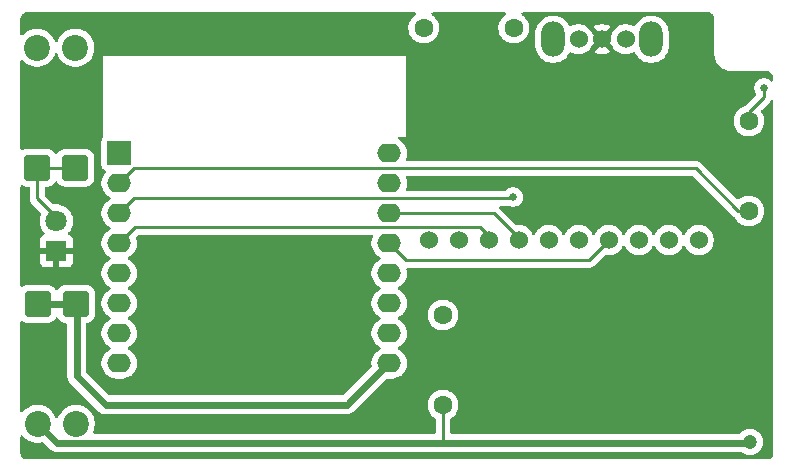
<source format=gbr>
%TF.GenerationSoftware,KiCad,Pcbnew,9.0.2*%
%TF.CreationDate,2025-06-21T17:17:58-04:00*%
%TF.ProjectId,CVISS_IMU_Tracker_Board,43564953-535f-4494-9d55-5f547261636b,rev?*%
%TF.SameCoordinates,Original*%
%TF.FileFunction,Copper,L2,Bot*%
%TF.FilePolarity,Positive*%
%FSLAX46Y46*%
G04 Gerber Fmt 4.6, Leading zero omitted, Abs format (unit mm)*
G04 Created by KiCad (PCBNEW 9.0.2) date 2025-06-21 17:17:58*
%MOMM*%
%LPD*%
G01*
G04 APERTURE LIST*
G04 Aperture macros list*
%AMRoundRect*
0 Rectangle with rounded corners*
0 $1 Rounding radius*
0 $2 $3 $4 $5 $6 $7 $8 $9 X,Y pos of 4 corners*
0 Add a 4 corners polygon primitive as box body*
4,1,4,$2,$3,$4,$5,$6,$7,$8,$9,$2,$3,0*
0 Add four circle primitives for the rounded corners*
1,1,$1+$1,$2,$3*
1,1,$1+$1,$4,$5*
1,1,$1+$1,$6,$7*
1,1,$1+$1,$8,$9*
0 Add four rect primitives between the rounded corners*
20,1,$1+$1,$2,$3,$4,$5,0*
20,1,$1+$1,$4,$5,$6,$7,0*
20,1,$1+$1,$6,$7,$8,$9,0*
20,1,$1+$1,$8,$9,$2,$3,0*%
G04 Aperture macros list end*
%TA.AperFunction,ComponentPad*%
%ADD10C,1.600000*%
%TD*%
%TA.AperFunction,ComponentPad*%
%ADD11RoundRect,0.249999X-0.850001X0.850001X-0.850001X-0.850001X0.850001X-0.850001X0.850001X0.850001X0*%
%TD*%
%TA.AperFunction,ComponentPad*%
%ADD12C,2.200000*%
%TD*%
%TA.AperFunction,ComponentPad*%
%ADD13RoundRect,0.249999X0.850001X-0.850001X0.850001X0.850001X-0.850001X0.850001X-0.850001X-0.850001X0*%
%TD*%
%TA.AperFunction,ComponentPad*%
%ADD14R,2.000000X2.000000*%
%TD*%
%TA.AperFunction,ComponentPad*%
%ADD15O,2.000000X1.600000*%
%TD*%
%TA.AperFunction,ComponentPad*%
%ADD16C,1.530000*%
%TD*%
%TA.AperFunction,ComponentPad*%
%ADD17R,1.800000X1.800000*%
%TD*%
%TA.AperFunction,ComponentPad*%
%ADD18C,1.800000*%
%TD*%
%TA.AperFunction,ComponentPad*%
%ADD19O,2.000000X3.000000*%
%TD*%
%TA.AperFunction,ViaPad*%
%ADD20C,0.650000*%
%TD*%
%TA.AperFunction,ViaPad*%
%ADD21C,1.200000*%
%TD*%
%TA.AperFunction,Conductor*%
%ADD22C,0.250000*%
%TD*%
%TA.AperFunction,Conductor*%
%ADD23C,0.600000*%
%TD*%
G04 APERTURE END LIST*
D10*
%TO.P,R1,1*%
%TO.N,Net-(U1-A0)*%
X185220000Y-101450000D03*
%TO.P,R1,2*%
%TO.N,/B+*%
X185220000Y-93830000D03*
%TD*%
D11*
%TO.P,D3,1,K*%
%TO.N,+5V*%
X128250000Y-109320000D03*
D12*
%TO.P,D3,2,A*%
%TO.N,/OUT+*%
X128250000Y-119480000D03*
%TD*%
D11*
%TO.P,D2,1,K*%
%TO.N,+5V*%
X125000000Y-109320000D03*
D12*
%TO.P,D2,2,A*%
%TO.N,/IN+*%
X125000000Y-119480000D03*
%TD*%
D13*
%TO.P,D1,1,K*%
%TO.N,/GP_LED*%
X124950000Y-97790000D03*
D12*
%TO.P,D1,2,A*%
%TO.N,Net-(D1-A)*%
X124950000Y-87630000D03*
%TD*%
D13*
%TO.P,D4,1,K*%
%TO.N,/GP_LED*%
X128200000Y-97790000D03*
D12*
%TO.P,D4,2,A*%
%TO.N,/PWR_LED*%
X128200000Y-87630000D03*
%TD*%
D14*
%TO.P,U1,1,~{RST}*%
%TO.N,unconnected-(U1-~{RST}-Pad1)*%
X131905000Y-96570000D03*
D15*
%TO.P,U1,2,A0*%
%TO.N,Net-(U1-A0)*%
X131905000Y-99110000D03*
%TO.P,U1,3,D0*%
%TO.N,Net-(U1-D0)*%
X131905000Y-101650000D03*
%TO.P,U1,4,SCK/D5*%
%TO.N,/SCL*%
X131905000Y-104190000D03*
%TO.P,U1,5,MISO/D6*%
%TO.N,unconnected-(U1-MISO{slash}D6-Pad5)*%
X131905000Y-106730000D03*
%TO.P,U1,6,MOSI/D7*%
%TO.N,unconnected-(U1-MOSI{slash}D7-Pad6)*%
X131905000Y-109270000D03*
%TO.P,U1,7,CS/D8*%
%TO.N,unconnected-(U1-CS{slash}D8-Pad7)*%
X131905000Y-111810000D03*
%TO.P,U1,8,3V3*%
%TO.N,+3.3V*%
X131905000Y-114350000D03*
%TO.P,U1,9,5V*%
%TO.N,+5V*%
X154765000Y-114350000D03*
%TO.P,U1,10,GND*%
%TO.N,/SW_GND*%
X154765000Y-111810000D03*
%TO.P,U1,11,D4*%
%TO.N,unconnected-(U1-D4-Pad11)*%
X154765000Y-109270000D03*
%TO.P,U1,12,D3*%
%TO.N,unconnected-(U1-D3-Pad12)*%
X154765000Y-106730000D03*
%TO.P,U1,13,SDA/D2*%
%TO.N,/INT*%
X154765000Y-104190000D03*
%TO.P,U1,14,SCL/D1*%
%TO.N,/SDA*%
X154765000Y-101650000D03*
%TO.P,U1,15,RX*%
%TO.N,unconnected-(U1-RX-Pad15)*%
X154765000Y-99110000D03*
%TO.P,U1,16,TX*%
%TO.N,unconnected-(U1-TX-Pad16)*%
X154765000Y-96570000D03*
%TD*%
D16*
%TO.P,U2,1,VCC*%
%TO.N,+3.3V*%
X158120000Y-103920000D03*
%TO.P,U2,2,GND*%
%TO.N,/SW_GND*%
X160660000Y-103920000D03*
%TO.P,U2,3,SCL*%
%TO.N,/SCL*%
X163200000Y-103920000D03*
%TO.P,U2,4,SDA*%
%TO.N,/SDA*%
X165740000Y-103920000D03*
%TO.P,U2,5,ADO*%
%TO.N,/SW_GND*%
X168280000Y-103920000D03*
%TO.P,U2,6,CS*%
%TO.N,unconnected-(U2-CS-Pad6)*%
X170820000Y-103920000D03*
%TO.P,U2,7,INT*%
%TO.N,/INT*%
X173360000Y-103920000D03*
%TO.P,U2,8,RST*%
%TO.N,unconnected-(U2-RST-Pad8)*%
X175900000Y-103920000D03*
%TO.P,U2,9,PS1*%
%TO.N,unconnected-(U2-PS1-Pad9)*%
X178440000Y-103920000D03*
%TO.P,U2,10,PS0*%
%TO.N,unconnected-(U2-PS0-Pad10)*%
X180980000Y-103920000D03*
%TD*%
D17*
%TO.P,D5,1,K*%
%TO.N,GND*%
X126590000Y-104835000D03*
D18*
%TO.P,D5,2,A*%
%TO.N,/GP_LED*%
X126590000Y-102295000D03*
%TD*%
D10*
%TO.P,R3,1*%
%TO.N,/IN+*%
X159330000Y-117890000D03*
%TO.P,R3,2*%
%TO.N,/PWR_LED*%
X159330000Y-110270000D03*
%TD*%
D16*
%TO.P,SW1,1,A*%
%TO.N,GND*%
X172800000Y-86920000D03*
%TO.P,SW1,2,B*%
%TO.N,/SW_GND*%
X170800000Y-86920000D03*
D19*
%TO.P,SW1,3*%
%TO.N,N/C*%
X168650000Y-86920000D03*
D16*
%TO.P,SW1,4*%
X174800000Y-86920000D03*
D19*
%TO.P,SW1,5*%
X176950000Y-86920000D03*
%TD*%
D10*
%TO.P,R2,1*%
%TO.N,Net-(U1-D0)*%
X165310000Y-85950000D03*
%TO.P,R2,2*%
%TO.N,Net-(D1-A)*%
X157690000Y-85950000D03*
%TD*%
D20*
%TO.N,/B+*%
X186490000Y-91040000D03*
D21*
%TO.N,GND*%
X183990000Y-91040000D03*
%TO.N,/IN+*%
X185300000Y-121010000D03*
%TO.N,GND*%
X162600000Y-110510000D03*
X162600000Y-107310000D03*
X185300000Y-107310000D03*
D20*
%TO.N,Net-(U1-D0)*%
X165260000Y-100270000D03*
%TD*%
D22*
%TO.N,Net-(U1-A0)*%
X184340000Y-101450000D02*
X185220000Y-101450000D01*
X180720000Y-97830000D02*
X184340000Y-101450000D01*
X133185000Y-97830000D02*
X180720000Y-97830000D01*
X131905000Y-99110000D02*
X133185000Y-97830000D01*
%TO.N,/B+*%
X185220000Y-93110000D02*
X185220000Y-93830000D01*
X186490000Y-91840000D02*
X185220000Y-93110000D01*
X186490000Y-91040000D02*
X186490000Y-91840000D01*
D23*
%TO.N,+5V*%
X128300000Y-109320000D02*
X125050000Y-109320000D01*
D22*
%TO.N,/GP_LED*%
X128250000Y-97790000D02*
X125000000Y-97790000D01*
D23*
%TO.N,/IN+*%
X159250000Y-121100000D02*
X126670000Y-121100000D01*
X126670000Y-121100000D02*
X125050000Y-119480000D01*
X185210000Y-121100000D02*
X159250000Y-121100000D01*
X185300000Y-121010000D02*
X185210000Y-121100000D01*
D22*
%TO.N,/INT*%
X156205000Y-105630000D02*
X154765000Y-104190000D01*
X172980000Y-104330000D02*
X171680000Y-105630000D01*
X171680000Y-105630000D02*
X156205000Y-105630000D01*
%TO.N,/SCL*%
X162490000Y-102830000D02*
X133265000Y-102830000D01*
X133265000Y-102830000D02*
X131905000Y-104190000D01*
X163405000Y-103745000D02*
X162490000Y-102830000D01*
%TO.N,/SDA*%
X165845000Y-103845000D02*
X163650000Y-101650000D01*
X163650000Y-101650000D02*
X154765000Y-101650000D01*
D23*
%TO.N,+5V*%
X151170000Y-117880000D02*
X130760000Y-117880000D01*
X128300000Y-115420000D02*
X128300000Y-109280000D01*
X154700000Y-114350000D02*
X151170000Y-117880000D01*
D22*
X154765000Y-114350000D02*
X154700000Y-114350000D01*
D23*
X130760000Y-117880000D02*
X128300000Y-115420000D01*
D22*
%TO.N,/GP_LED*%
X124960000Y-100400000D02*
X126600000Y-102040000D01*
X124960000Y-97670000D02*
X124960000Y-100400000D01*
%TO.N,Net-(U1-D0)*%
X133175000Y-100380000D02*
X131905000Y-101650000D01*
X165150000Y-100380000D02*
X133175000Y-100380000D01*
X165260000Y-100270000D02*
X165150000Y-100380000D01*
%TO.N,/IN+*%
X159330000Y-121020000D02*
X159250000Y-121100000D01*
X159220000Y-118120000D02*
X159330000Y-118230000D01*
X159330000Y-118230000D02*
X159330000Y-121020000D01*
%TD*%
%TA.AperFunction,Conductor*%
%TO.N,GND*%
G36*
X156979000Y-84650185D02*
G01*
X157024755Y-84702989D01*
X157034699Y-84772147D01*
X157005674Y-84835703D01*
X156984848Y-84854816D01*
X156932627Y-84892757D01*
X156842780Y-84958034D01*
X156698028Y-85102786D01*
X156577715Y-85268386D01*
X156484781Y-85450776D01*
X156421522Y-85645465D01*
X156389500Y-85847648D01*
X156389500Y-86052351D01*
X156421522Y-86254534D01*
X156484781Y-86449223D01*
X156543452Y-86564370D01*
X156557974Y-86592871D01*
X156577715Y-86631613D01*
X156698028Y-86797213D01*
X156842786Y-86941971D01*
X156997749Y-87054556D01*
X157008390Y-87062287D01*
X157124607Y-87121503D01*
X157190776Y-87155218D01*
X157190778Y-87155218D01*
X157190781Y-87155220D01*
X157248054Y-87173829D01*
X157385465Y-87218477D01*
X157439321Y-87227007D01*
X157587648Y-87250500D01*
X157587649Y-87250500D01*
X157792351Y-87250500D01*
X157792352Y-87250500D01*
X157994534Y-87218477D01*
X158189219Y-87155220D01*
X158371610Y-87062287D01*
X158464590Y-86994732D01*
X158537213Y-86941971D01*
X158537215Y-86941968D01*
X158537219Y-86941966D01*
X158681966Y-86797219D01*
X158681968Y-86797215D01*
X158681971Y-86797213D01*
X158734732Y-86724590D01*
X158802287Y-86631610D01*
X158895220Y-86449219D01*
X158958477Y-86254534D01*
X158990500Y-86052352D01*
X158990500Y-85847648D01*
X158984249Y-85808183D01*
X158958477Y-85645465D01*
X158895218Y-85450776D01*
X158861503Y-85384607D01*
X158802287Y-85268390D01*
X158794556Y-85257749D01*
X158681971Y-85102786D01*
X158537219Y-84958034D01*
X158484181Y-84919500D01*
X158395153Y-84854818D01*
X158352488Y-84799489D01*
X158346509Y-84729875D01*
X158379114Y-84668080D01*
X158439953Y-84633723D01*
X158468039Y-84630500D01*
X164531961Y-84630500D01*
X164599000Y-84650185D01*
X164644755Y-84702989D01*
X164654699Y-84772147D01*
X164625674Y-84835703D01*
X164604848Y-84854816D01*
X164552627Y-84892757D01*
X164462780Y-84958034D01*
X164318028Y-85102786D01*
X164197715Y-85268386D01*
X164104781Y-85450776D01*
X164041522Y-85645465D01*
X164009500Y-85847648D01*
X164009500Y-86052351D01*
X164041522Y-86254534D01*
X164104781Y-86449223D01*
X164163452Y-86564370D01*
X164177974Y-86592871D01*
X164197715Y-86631613D01*
X164318028Y-86797213D01*
X164462786Y-86941971D01*
X164617749Y-87054556D01*
X164628390Y-87062287D01*
X164744607Y-87121503D01*
X164810776Y-87155218D01*
X164810778Y-87155218D01*
X164810781Y-87155220D01*
X164868054Y-87173829D01*
X165005465Y-87218477D01*
X165059321Y-87227007D01*
X165207648Y-87250500D01*
X165207649Y-87250500D01*
X165412351Y-87250500D01*
X165412352Y-87250500D01*
X165614534Y-87218477D01*
X165809219Y-87155220D01*
X165991610Y-87062287D01*
X166084590Y-86994732D01*
X166157213Y-86941971D01*
X166157215Y-86941968D01*
X166157219Y-86941966D01*
X166301966Y-86797219D01*
X166301968Y-86797215D01*
X166301971Y-86797213D01*
X166354732Y-86724590D01*
X166422287Y-86631610D01*
X166515220Y-86449219D01*
X166563087Y-86301902D01*
X167149500Y-86301902D01*
X167149500Y-87538097D01*
X167186446Y-87771368D01*
X167259433Y-87995996D01*
X167340113Y-88154338D01*
X167366657Y-88206433D01*
X167505483Y-88397510D01*
X167672490Y-88564517D01*
X167863567Y-88703343D01*
X167888942Y-88716272D01*
X168074003Y-88810566D01*
X168074005Y-88810566D01*
X168074008Y-88810568D01*
X168194412Y-88849689D01*
X168298631Y-88883553D01*
X168531903Y-88920500D01*
X168531908Y-88920500D01*
X168768097Y-88920500D01*
X169001368Y-88883553D01*
X169225992Y-88810568D01*
X169436433Y-88703343D01*
X169627510Y-88564517D01*
X169794517Y-88397510D01*
X169933343Y-88206433D01*
X170001521Y-88072625D01*
X170049494Y-88021831D01*
X170117315Y-88005035D01*
X170168297Y-88018435D01*
X170274653Y-88072626D01*
X170314219Y-88092786D01*
X170503657Y-88154338D01*
X170503658Y-88154338D01*
X170503661Y-88154339D01*
X170700403Y-88185500D01*
X170700404Y-88185500D01*
X170899596Y-88185500D01*
X170899597Y-88185500D01*
X171096339Y-88154339D01*
X171096342Y-88154338D01*
X171096343Y-88154338D01*
X171285780Y-88092786D01*
X171285780Y-88092785D01*
X171285783Y-88092785D01*
X171463266Y-88002353D01*
X171624418Y-87885269D01*
X171765269Y-87744418D01*
X171882353Y-87583266D01*
X171972785Y-87405783D01*
X171972785Y-87405780D01*
X171974997Y-87401441D01*
X171975912Y-87401907D01*
X171998798Y-87367645D01*
X172317036Y-87049406D01*
X172334075Y-87112993D01*
X172399901Y-87227007D01*
X172492993Y-87320099D01*
X172607007Y-87385925D01*
X172670590Y-87402962D01*
X172099134Y-87974417D01*
X172136994Y-88001924D01*
X172314405Y-88092320D01*
X172503777Y-88153852D01*
X172700437Y-88185000D01*
X172899563Y-88185000D01*
X173096222Y-88153852D01*
X173285594Y-88092320D01*
X173463005Y-88001924D01*
X173500863Y-87974418D01*
X173500863Y-87974417D01*
X172929409Y-87402962D01*
X172992993Y-87385925D01*
X173107007Y-87320099D01*
X173200099Y-87227007D01*
X173265925Y-87112993D01*
X173282962Y-87049408D01*
X173601202Y-87367648D01*
X173624096Y-87401905D01*
X173625004Y-87401443D01*
X173717645Y-87583264D01*
X173752822Y-87631681D01*
X173834731Y-87744418D01*
X173975582Y-87885269D01*
X174136734Y-88002353D01*
X174199057Y-88034108D01*
X174314219Y-88092786D01*
X174503657Y-88154338D01*
X174503658Y-88154338D01*
X174503661Y-88154339D01*
X174700403Y-88185500D01*
X174700404Y-88185500D01*
X174899596Y-88185500D01*
X174899597Y-88185500D01*
X175096339Y-88154339D01*
X175096342Y-88154338D01*
X175096343Y-88154338D01*
X175263577Y-88100000D01*
X175285783Y-88092785D01*
X175431700Y-88018436D01*
X175500368Y-88005540D01*
X175565108Y-88031816D01*
X175598478Y-88072625D01*
X175666657Y-88206433D01*
X175805483Y-88397510D01*
X175972490Y-88564517D01*
X176163567Y-88703343D01*
X176188942Y-88716272D01*
X176374003Y-88810566D01*
X176374005Y-88810566D01*
X176374008Y-88810568D01*
X176494412Y-88849689D01*
X176598631Y-88883553D01*
X176831903Y-88920500D01*
X176831908Y-88920500D01*
X177068097Y-88920500D01*
X177301368Y-88883553D01*
X177525992Y-88810568D01*
X177736433Y-88703343D01*
X177927510Y-88564517D01*
X178094517Y-88397510D01*
X178233343Y-88206433D01*
X178337327Y-88002352D01*
X178340566Y-87995996D01*
X178340566Y-87995995D01*
X178340568Y-87995992D01*
X178413553Y-87771368D01*
X178417821Y-87744419D01*
X178450500Y-87538097D01*
X178450500Y-86301902D01*
X178413553Y-86068631D01*
X178357262Y-85895386D01*
X178340568Y-85844008D01*
X178340566Y-85844005D01*
X178340566Y-85844003D01*
X178259886Y-85685661D01*
X178233343Y-85633567D01*
X178094517Y-85442490D01*
X177927510Y-85275483D01*
X177736433Y-85136657D01*
X177525996Y-85029433D01*
X177301368Y-84956446D01*
X177068097Y-84919500D01*
X177068092Y-84919500D01*
X176831908Y-84919500D01*
X176831903Y-84919500D01*
X176598631Y-84956446D01*
X176374003Y-85029433D01*
X176163566Y-85136657D01*
X176131438Y-85160000D01*
X175972490Y-85275483D01*
X175972488Y-85275485D01*
X175972487Y-85275485D01*
X175805485Y-85442487D01*
X175805485Y-85442488D01*
X175805483Y-85442490D01*
X175745862Y-85524550D01*
X175666657Y-85633566D01*
X175598479Y-85767373D01*
X175550504Y-85818169D01*
X175482683Y-85834964D01*
X175431699Y-85821563D01*
X175405439Y-85808183D01*
X175392837Y-85801761D01*
X175285780Y-85747213D01*
X175096342Y-85685661D01*
X174948782Y-85662290D01*
X174899597Y-85654500D01*
X174700403Y-85654500D01*
X174634822Y-85664887D01*
X174503659Y-85685661D01*
X174503656Y-85685661D01*
X174314219Y-85747213D01*
X174136733Y-85837647D01*
X174098286Y-85865581D01*
X173975582Y-85954731D01*
X173975580Y-85954733D01*
X173975579Y-85954733D01*
X173834733Y-86095579D01*
X173834733Y-86095580D01*
X173834731Y-86095582D01*
X173797549Y-86146759D01*
X173717647Y-86256733D01*
X173625004Y-86438557D01*
X173624098Y-86438095D01*
X173601202Y-86472350D01*
X173282962Y-86790590D01*
X173265925Y-86727007D01*
X173200099Y-86612993D01*
X173107007Y-86519901D01*
X172992993Y-86454075D01*
X172929409Y-86437037D01*
X173500864Y-85865581D01*
X173500863Y-85865580D01*
X173463008Y-85838077D01*
X173285594Y-85747679D01*
X173096222Y-85686147D01*
X172899563Y-85655000D01*
X172700437Y-85655000D01*
X172503777Y-85686147D01*
X172314405Y-85747679D01*
X172136990Y-85838077D01*
X172099135Y-85865580D01*
X172099135Y-85865581D01*
X172670591Y-86437037D01*
X172607007Y-86454075D01*
X172492993Y-86519901D01*
X172399901Y-86612993D01*
X172334075Y-86727007D01*
X172317037Y-86790591D01*
X171998797Y-86472351D01*
X171975911Y-86438092D01*
X171974997Y-86438559D01*
X171965541Y-86420000D01*
X171882353Y-86256734D01*
X171765269Y-86095582D01*
X171624418Y-85954731D01*
X171463266Y-85837647D01*
X171457009Y-85834459D01*
X171285780Y-85747213D01*
X171096342Y-85685661D01*
X170948782Y-85662290D01*
X170899597Y-85654500D01*
X170700403Y-85654500D01*
X170634822Y-85664887D01*
X170503659Y-85685661D01*
X170503656Y-85685661D01*
X170314219Y-85747213D01*
X170168300Y-85821563D01*
X170099630Y-85834459D01*
X170034890Y-85808183D01*
X170001521Y-85767374D01*
X169933343Y-85633567D01*
X169794517Y-85442490D01*
X169627510Y-85275483D01*
X169436433Y-85136657D01*
X169225996Y-85029433D01*
X169001368Y-84956446D01*
X168768097Y-84919500D01*
X168768092Y-84919500D01*
X168531908Y-84919500D01*
X168531903Y-84919500D01*
X168298631Y-84956446D01*
X168074003Y-85029433D01*
X167863566Y-85136657D01*
X167831438Y-85160000D01*
X167672490Y-85275483D01*
X167672488Y-85275485D01*
X167672487Y-85275485D01*
X167505485Y-85442487D01*
X167505485Y-85442488D01*
X167505483Y-85442490D01*
X167445862Y-85524550D01*
X167366657Y-85633566D01*
X167259433Y-85844003D01*
X167186446Y-86068631D01*
X167149500Y-86301902D01*
X166563087Y-86301902D01*
X166577763Y-86256734D01*
X166578475Y-86254541D01*
X166578475Y-86254539D01*
X166578477Y-86254534D01*
X166610500Y-86052352D01*
X166610500Y-85847648D01*
X166604249Y-85808183D01*
X166578477Y-85645465D01*
X166515218Y-85450776D01*
X166481503Y-85384607D01*
X166422287Y-85268390D01*
X166414556Y-85257749D01*
X166301971Y-85102786D01*
X166157219Y-84958034D01*
X166104181Y-84919500D01*
X166015153Y-84854818D01*
X165972488Y-84799489D01*
X165966509Y-84729875D01*
X165999114Y-84668080D01*
X166059953Y-84633723D01*
X166088039Y-84630500D01*
X181694108Y-84630500D01*
X181753039Y-84630500D01*
X181766922Y-84631279D01*
X181863940Y-84642211D01*
X181891009Y-84648390D01*
X181976555Y-84678324D01*
X182001571Y-84690371D01*
X182078309Y-84738588D01*
X182100019Y-84755901D01*
X182164098Y-84819980D01*
X182181411Y-84841690D01*
X182229628Y-84918428D01*
X182241675Y-84943444D01*
X182271609Y-85028990D01*
X182277788Y-85056060D01*
X182288720Y-85153076D01*
X182289500Y-85166961D01*
X182289500Y-88209462D01*
X182320655Y-88426157D01*
X182320658Y-88426167D01*
X182346443Y-88513980D01*
X182382336Y-88636221D01*
X182418894Y-88716272D01*
X182473280Y-88835363D01*
X182473283Y-88835368D01*
X182591641Y-89019536D01*
X182735008Y-89184991D01*
X182900463Y-89328358D01*
X183084636Y-89446719D01*
X183283779Y-89537664D01*
X183493838Y-89599343D01*
X183493839Y-89599343D01*
X183493842Y-89599344D01*
X183558457Y-89608633D01*
X183710537Y-89630500D01*
X183754108Y-89630500D01*
X186694108Y-89630500D01*
X186753039Y-89630500D01*
X186766922Y-89631279D01*
X186863940Y-89642211D01*
X186891009Y-89648390D01*
X186976555Y-89678324D01*
X187001571Y-89690371D01*
X187078309Y-89738588D01*
X187100019Y-89755901D01*
X187164098Y-89819980D01*
X187181411Y-89841690D01*
X187229628Y-89918428D01*
X187241675Y-89943444D01*
X187271609Y-90028990D01*
X187277788Y-90056060D01*
X187288720Y-90153076D01*
X187289500Y-90166961D01*
X187289500Y-90372704D01*
X187269815Y-90439743D01*
X187217011Y-90485498D01*
X187147853Y-90495442D01*
X187084297Y-90466417D01*
X187077819Y-90460385D01*
X187016228Y-90398794D01*
X187016220Y-90398788D01*
X186881023Y-90308452D01*
X186881019Y-90308450D01*
X186730793Y-90246225D01*
X186730783Y-90246222D01*
X186571307Y-90214500D01*
X186571305Y-90214500D01*
X186408695Y-90214500D01*
X186408693Y-90214500D01*
X186249216Y-90246222D01*
X186249206Y-90246225D01*
X186098980Y-90308450D01*
X186098976Y-90308452D01*
X185963779Y-90398788D01*
X185963771Y-90398794D01*
X185848794Y-90513771D01*
X185848788Y-90513779D01*
X185758452Y-90648976D01*
X185758450Y-90648980D01*
X185696225Y-90799206D01*
X185696222Y-90799216D01*
X185664500Y-90958692D01*
X185664500Y-90958695D01*
X185664500Y-91121305D01*
X185664500Y-91121307D01*
X185664499Y-91121307D01*
X185696222Y-91280783D01*
X185696225Y-91280793D01*
X185758450Y-91431018D01*
X185804428Y-91499829D01*
X185825306Y-91566507D01*
X185806821Y-91633887D01*
X185789007Y-91656401D01*
X184889737Y-92555671D01*
X184840375Y-92585921D01*
X184720776Y-92624781D01*
X184538386Y-92717715D01*
X184372786Y-92838028D01*
X184228028Y-92982786D01*
X184107715Y-93148386D01*
X184014781Y-93330776D01*
X183951522Y-93525465D01*
X183919500Y-93727648D01*
X183919500Y-93932351D01*
X183951522Y-94134534D01*
X184014781Y-94329223D01*
X184107715Y-94511613D01*
X184228028Y-94677213D01*
X184372786Y-94821971D01*
X184527749Y-94934556D01*
X184538390Y-94942287D01*
X184654607Y-95001503D01*
X184720776Y-95035218D01*
X184720778Y-95035218D01*
X184720781Y-95035220D01*
X184825137Y-95069127D01*
X184915465Y-95098477D01*
X185016557Y-95114488D01*
X185117648Y-95130500D01*
X185117649Y-95130500D01*
X185322351Y-95130500D01*
X185322352Y-95130500D01*
X185524534Y-95098477D01*
X185719219Y-95035220D01*
X185901610Y-94942287D01*
X185994590Y-94874732D01*
X186067213Y-94821971D01*
X186067215Y-94821968D01*
X186067219Y-94821966D01*
X186211966Y-94677219D01*
X186211968Y-94677215D01*
X186211971Y-94677213D01*
X186264732Y-94604590D01*
X186332287Y-94511610D01*
X186425220Y-94329219D01*
X186488477Y-94134534D01*
X186520500Y-93932352D01*
X186520500Y-93727648D01*
X186488477Y-93525466D01*
X186425220Y-93330781D01*
X186425218Y-93330778D01*
X186425218Y-93330776D01*
X186377077Y-93236296D01*
X186332287Y-93148390D01*
X186282564Y-93079951D01*
X186259085Y-93014145D01*
X186274911Y-92946091D01*
X186295198Y-92919390D01*
X186888729Y-92325860D01*
X186888733Y-92325858D01*
X186975858Y-92238733D01*
X187044311Y-92136286D01*
X187050939Y-92120285D01*
X187094780Y-92065882D01*
X187161074Y-92043817D01*
X187228773Y-92061096D01*
X187276384Y-92112233D01*
X187289500Y-92167738D01*
X187289500Y-121943038D01*
X187288720Y-121956921D01*
X187288720Y-121956923D01*
X187277788Y-122053939D01*
X187271609Y-122081009D01*
X187241675Y-122166555D01*
X187229628Y-122191571D01*
X187181411Y-122268309D01*
X187164098Y-122290019D01*
X187100019Y-122354098D01*
X187078309Y-122371411D01*
X187001571Y-122419628D01*
X186976555Y-122431675D01*
X186891009Y-122461609D01*
X186863939Y-122467788D01*
X186787566Y-122476393D01*
X186766921Y-122478720D01*
X186753039Y-122479500D01*
X124076961Y-122479500D01*
X124063078Y-122478720D01*
X124038941Y-122476000D01*
X123966060Y-122467788D01*
X123938990Y-122461609D01*
X123853444Y-122431675D01*
X123828428Y-122419628D01*
X123751690Y-122371411D01*
X123729980Y-122354098D01*
X123665901Y-122290019D01*
X123648588Y-122268309D01*
X123600371Y-122191571D01*
X123588324Y-122166555D01*
X123558390Y-122081009D01*
X123552211Y-122053937D01*
X123549499Y-122029871D01*
X123541280Y-121956921D01*
X123540500Y-121943038D01*
X123540500Y-120575737D01*
X123560185Y-120508698D01*
X123612989Y-120462943D01*
X123682147Y-120452999D01*
X123745703Y-120482024D01*
X123764819Y-120502853D01*
X123779203Y-120522652D01*
X123957345Y-120700794D01*
X123957350Y-120700798D01*
X124028236Y-120752299D01*
X124161155Y-120848870D01*
X124304184Y-120921747D01*
X124385616Y-120963239D01*
X124385618Y-120963239D01*
X124385621Y-120963241D01*
X124625215Y-121041090D01*
X124874038Y-121080500D01*
X124874039Y-121080500D01*
X125125961Y-121080500D01*
X125125962Y-121080500D01*
X125374785Y-121041090D01*
X125381174Y-121039013D01*
X125451013Y-121037012D01*
X125507182Y-121069260D01*
X126159707Y-121721786D01*
X126159711Y-121721789D01*
X126290814Y-121809390D01*
X126290827Y-121809397D01*
X126436498Y-121869735D01*
X126436503Y-121869737D01*
X126591153Y-121900499D01*
X126591156Y-121900500D01*
X126591158Y-121900500D01*
X126748842Y-121900500D01*
X159171158Y-121900500D01*
X184613095Y-121900500D01*
X184680134Y-121920185D01*
X184685980Y-121924182D01*
X184711934Y-121943038D01*
X184723212Y-121951232D01*
X184877555Y-122029873D01*
X185042299Y-122083402D01*
X185213389Y-122110500D01*
X185213390Y-122110500D01*
X185386610Y-122110500D01*
X185386611Y-122110500D01*
X185557701Y-122083402D01*
X185722445Y-122029873D01*
X185876788Y-121951232D01*
X186016928Y-121849414D01*
X186139414Y-121726928D01*
X186241232Y-121586788D01*
X186319873Y-121432445D01*
X186373402Y-121267701D01*
X186400500Y-121096611D01*
X186400500Y-120923389D01*
X186373402Y-120752299D01*
X186319873Y-120587555D01*
X186241232Y-120433212D01*
X186139414Y-120293072D01*
X186016928Y-120170586D01*
X185876788Y-120068768D01*
X185722445Y-119990127D01*
X185557701Y-119936598D01*
X185557699Y-119936597D01*
X185557698Y-119936597D01*
X185426271Y-119915781D01*
X185386611Y-119909500D01*
X185213389Y-119909500D01*
X185173728Y-119915781D01*
X185042302Y-119936597D01*
X184877552Y-119990128D01*
X184723211Y-120068768D01*
X184583073Y-120170585D01*
X184490476Y-120263182D01*
X184429152Y-120296666D01*
X184402795Y-120299500D01*
X160079500Y-120299500D01*
X160012461Y-120279815D01*
X159966706Y-120227011D01*
X159955500Y-120175500D01*
X159955500Y-119106114D01*
X159975185Y-119039075D01*
X160008575Y-119006398D01*
X160007668Y-119005150D01*
X160011605Y-119002289D01*
X160011610Y-119002287D01*
X160177219Y-118881966D01*
X160321966Y-118737219D01*
X160321968Y-118737215D01*
X160321971Y-118737213D01*
X160385525Y-118649737D01*
X160442287Y-118571610D01*
X160535220Y-118389219D01*
X160598477Y-118194534D01*
X160630500Y-117992352D01*
X160630500Y-117787648D01*
X160598477Y-117585466D01*
X160535220Y-117390781D01*
X160535218Y-117390778D01*
X160535218Y-117390776D01*
X160501503Y-117324607D01*
X160442287Y-117208390D01*
X160434556Y-117197749D01*
X160321971Y-117042786D01*
X160177213Y-116898028D01*
X160011613Y-116777715D01*
X160011612Y-116777714D01*
X160011610Y-116777713D01*
X159954653Y-116748691D01*
X159829223Y-116684781D01*
X159634534Y-116621522D01*
X159459995Y-116593878D01*
X159432352Y-116589500D01*
X159227648Y-116589500D01*
X159203329Y-116593351D01*
X159025465Y-116621522D01*
X158830776Y-116684781D01*
X158648386Y-116777715D01*
X158482786Y-116898028D01*
X158338028Y-117042786D01*
X158217715Y-117208386D01*
X158124781Y-117390776D01*
X158061522Y-117585465D01*
X158029500Y-117787648D01*
X158029500Y-117992351D01*
X158061522Y-118194534D01*
X158124781Y-118389223D01*
X158217715Y-118571613D01*
X158338028Y-118737213D01*
X158338034Y-118737219D01*
X158482781Y-118881966D01*
X158648390Y-119002287D01*
X158648394Y-119002289D01*
X158652332Y-119005150D01*
X158651111Y-119006829D01*
X158692155Y-119052177D01*
X158704500Y-119106114D01*
X158704500Y-120175500D01*
X158684815Y-120242539D01*
X158632011Y-120288294D01*
X158580500Y-120299500D01*
X129831077Y-120299500D01*
X129764038Y-120279815D01*
X129718283Y-120227011D01*
X129708339Y-120157853D01*
X129720592Y-120119206D01*
X129733238Y-120094386D01*
X129733238Y-120094382D01*
X129733241Y-120094379D01*
X129811090Y-119854785D01*
X129850500Y-119605962D01*
X129850500Y-119354038D01*
X129811090Y-119105215D01*
X129733241Y-118865621D01*
X129733239Y-118865618D01*
X129733239Y-118865616D01*
X129638917Y-118680500D01*
X129618870Y-118641155D01*
X129568343Y-118571610D01*
X129470798Y-118437350D01*
X129470794Y-118437345D01*
X129292654Y-118259205D01*
X129292649Y-118259201D01*
X129088848Y-118111132D01*
X129088847Y-118111131D01*
X129088845Y-118111130D01*
X129018747Y-118075413D01*
X128864383Y-117996760D01*
X128624785Y-117918910D01*
X128375962Y-117879500D01*
X128124038Y-117879500D01*
X127999626Y-117899205D01*
X127875214Y-117918910D01*
X127635616Y-117996760D01*
X127411151Y-118111132D01*
X127207350Y-118259201D01*
X127207345Y-118259205D01*
X127029205Y-118437345D01*
X127029201Y-118437350D01*
X126881132Y-118641151D01*
X126766760Y-118865616D01*
X126742931Y-118938956D01*
X126703493Y-118996631D01*
X126639134Y-119023829D01*
X126570288Y-119011914D01*
X126518812Y-118964669D01*
X126507069Y-118938956D01*
X126488552Y-118881966D01*
X126483241Y-118865621D01*
X126483239Y-118865618D01*
X126483239Y-118865616D01*
X126388917Y-118680500D01*
X126368870Y-118641155D01*
X126318343Y-118571610D01*
X126220798Y-118437350D01*
X126220794Y-118437345D01*
X126042654Y-118259205D01*
X126042649Y-118259201D01*
X125838848Y-118111132D01*
X125838847Y-118111131D01*
X125838845Y-118111130D01*
X125768747Y-118075413D01*
X125614383Y-117996760D01*
X125374785Y-117918910D01*
X125125962Y-117879500D01*
X124874038Y-117879500D01*
X124749626Y-117899205D01*
X124625214Y-117918910D01*
X124385616Y-117996760D01*
X124161151Y-118111132D01*
X123957350Y-118259201D01*
X123957345Y-118259205D01*
X123779205Y-118437345D01*
X123764818Y-118457148D01*
X123709487Y-118499813D01*
X123639874Y-118505792D01*
X123578079Y-118473186D01*
X123543722Y-118412347D01*
X123540500Y-118384262D01*
X123540500Y-110898013D01*
X123560185Y-110830974D01*
X123612989Y-110785219D01*
X123682147Y-110775275D01*
X123729594Y-110792472D01*
X123830665Y-110854814D01*
X123997202Y-110909999D01*
X124099990Y-110920500D01*
X124099995Y-110920500D01*
X125900005Y-110920500D01*
X125900010Y-110920500D01*
X126002798Y-110909999D01*
X126169335Y-110854814D01*
X126318656Y-110762712D01*
X126442712Y-110638656D01*
X126519462Y-110514223D01*
X126571409Y-110467501D01*
X126640372Y-110456278D01*
X126704454Y-110484122D01*
X126730536Y-110514222D01*
X126807288Y-110638656D01*
X126931344Y-110762712D01*
X127080665Y-110854814D01*
X127247202Y-110909999D01*
X127349990Y-110920500D01*
X127375500Y-110920500D01*
X127442539Y-110940185D01*
X127488294Y-110992989D01*
X127499500Y-111044500D01*
X127499500Y-115498846D01*
X127530261Y-115653489D01*
X127530264Y-115653501D01*
X127590602Y-115799172D01*
X127590609Y-115799185D01*
X127678210Y-115930288D01*
X127678213Y-115930292D01*
X130138211Y-118390289D01*
X130205070Y-118457148D01*
X130249712Y-118501790D01*
X130354205Y-118571610D01*
X130380821Y-118589394D01*
X130483833Y-118632062D01*
X130526502Y-118649737D01*
X130681152Y-118680499D01*
X130681155Y-118680500D01*
X130681157Y-118680500D01*
X151248844Y-118680500D01*
X151248845Y-118680499D01*
X151403497Y-118649737D01*
X151549179Y-118589394D01*
X151680289Y-118501789D01*
X154495259Y-115686819D01*
X154556582Y-115653334D01*
X154582940Y-115650500D01*
X155067351Y-115650500D01*
X155067352Y-115650500D01*
X155269534Y-115618477D01*
X155464219Y-115555220D01*
X155646610Y-115462287D01*
X155739590Y-115394732D01*
X155812213Y-115341971D01*
X155812215Y-115341968D01*
X155812219Y-115341966D01*
X155956966Y-115197219D01*
X155956968Y-115197215D01*
X155956971Y-115197213D01*
X156073327Y-115037060D01*
X156077287Y-115031610D01*
X156170220Y-114849219D01*
X156233477Y-114654534D01*
X156265500Y-114452352D01*
X156265500Y-114247648D01*
X156233477Y-114045466D01*
X156170220Y-113850781D01*
X156170218Y-113850778D01*
X156170218Y-113850776D01*
X156136503Y-113784607D01*
X156077287Y-113668390D01*
X156069556Y-113657749D01*
X155956971Y-113502786D01*
X155812213Y-113358028D01*
X155646614Y-113237715D01*
X155640006Y-113234348D01*
X155553917Y-113190483D01*
X155503123Y-113142511D01*
X155486328Y-113074690D01*
X155508865Y-113008555D01*
X155553917Y-112969516D01*
X155646610Y-112922287D01*
X155667770Y-112906913D01*
X155812213Y-112801971D01*
X155812215Y-112801968D01*
X155812219Y-112801966D01*
X155956966Y-112657219D01*
X155956968Y-112657215D01*
X155956971Y-112657213D01*
X156009732Y-112584590D01*
X156077287Y-112491610D01*
X156170220Y-112309219D01*
X156233477Y-112114534D01*
X156265500Y-111912352D01*
X156265500Y-111707648D01*
X156233477Y-111505466D01*
X156223649Y-111475220D01*
X156170218Y-111310776D01*
X156136503Y-111244607D01*
X156077287Y-111128390D01*
X156011278Y-111037535D01*
X155956971Y-110962786D01*
X155812213Y-110818028D01*
X155646614Y-110697715D01*
X155640006Y-110694348D01*
X155553917Y-110650483D01*
X155503123Y-110602511D01*
X155486328Y-110534690D01*
X155508865Y-110468555D01*
X155553917Y-110429516D01*
X155646610Y-110382287D01*
X155667770Y-110366913D01*
X155812213Y-110261971D01*
X155812215Y-110261968D01*
X155812219Y-110261966D01*
X155906537Y-110167648D01*
X158029500Y-110167648D01*
X158029500Y-110372351D01*
X158061522Y-110574534D01*
X158124781Y-110769223D01*
X158217715Y-110951613D01*
X158338028Y-111117213D01*
X158482786Y-111261971D01*
X158637749Y-111374556D01*
X158648390Y-111382287D01*
X158764607Y-111441503D01*
X158830776Y-111475218D01*
X158830778Y-111475218D01*
X158830781Y-111475220D01*
X158923866Y-111505465D01*
X159025465Y-111538477D01*
X159126557Y-111554488D01*
X159227648Y-111570500D01*
X159227649Y-111570500D01*
X159432351Y-111570500D01*
X159432352Y-111570500D01*
X159634534Y-111538477D01*
X159829219Y-111475220D01*
X160011610Y-111382287D01*
X160110037Y-111310776D01*
X160177213Y-111261971D01*
X160177215Y-111261968D01*
X160177219Y-111261966D01*
X160321966Y-111117219D01*
X160321968Y-111117215D01*
X160321971Y-111117213D01*
X160379859Y-111037535D01*
X160442287Y-110951610D01*
X160535220Y-110769219D01*
X160598477Y-110574534D01*
X160630500Y-110372352D01*
X160630500Y-110167648D01*
X160598477Y-109965466D01*
X160535220Y-109770781D01*
X160535218Y-109770778D01*
X160535218Y-109770776D01*
X160501503Y-109704607D01*
X160442287Y-109588390D01*
X160432220Y-109574534D01*
X160321971Y-109422786D01*
X160177213Y-109278028D01*
X160011613Y-109157715D01*
X160011612Y-109157714D01*
X160011610Y-109157713D01*
X159954653Y-109128691D01*
X159829223Y-109064781D01*
X159634534Y-109001522D01*
X159459995Y-108973878D01*
X159432352Y-108969500D01*
X159227648Y-108969500D01*
X159203329Y-108973351D01*
X159025465Y-109001522D01*
X158830776Y-109064781D01*
X158648386Y-109157715D01*
X158482786Y-109278028D01*
X158338028Y-109422786D01*
X158217715Y-109588386D01*
X158124781Y-109770776D01*
X158061522Y-109965465D01*
X158029500Y-110167648D01*
X155906537Y-110167648D01*
X155956966Y-110117219D01*
X156077287Y-109951610D01*
X156170220Y-109769219D01*
X156233477Y-109574534D01*
X156265500Y-109372352D01*
X156265500Y-109167648D01*
X156233477Y-108965466D01*
X156170220Y-108770781D01*
X156170218Y-108770778D01*
X156170218Y-108770776D01*
X156136503Y-108704607D01*
X156077287Y-108588390D01*
X156027236Y-108519500D01*
X155956971Y-108422786D01*
X155812213Y-108278028D01*
X155646614Y-108157715D01*
X155632781Y-108150667D01*
X155553917Y-108110483D01*
X155503123Y-108062511D01*
X155486328Y-107994690D01*
X155508865Y-107928555D01*
X155553917Y-107889516D01*
X155646610Y-107842287D01*
X155716651Y-107791400D01*
X155812213Y-107721971D01*
X155812215Y-107721968D01*
X155812219Y-107721966D01*
X155956966Y-107577219D01*
X155956968Y-107577215D01*
X155956971Y-107577213D01*
X156009732Y-107504590D01*
X156077287Y-107411610D01*
X156170220Y-107229219D01*
X156233477Y-107034534D01*
X156265500Y-106832352D01*
X156265500Y-106627648D01*
X156233477Y-106425466D01*
X156233351Y-106425078D01*
X156230992Y-106417815D01*
X156228999Y-106347974D01*
X156265081Y-106288142D01*
X156327782Y-106257316D01*
X156348924Y-106255500D01*
X171741607Y-106255500D01*
X171802029Y-106243481D01*
X171862452Y-106231463D01*
X171895792Y-106217652D01*
X171976286Y-106184312D01*
X172027509Y-106150084D01*
X172078733Y-106115858D01*
X172165858Y-106028733D01*
X172165858Y-106028731D01*
X172176066Y-106018524D01*
X172176067Y-106018521D01*
X172998779Y-105195810D01*
X173060098Y-105162328D01*
X173105850Y-105161021D01*
X173260403Y-105185500D01*
X173260404Y-105185500D01*
X173459596Y-105185500D01*
X173459597Y-105185500D01*
X173656339Y-105154339D01*
X173656342Y-105154338D01*
X173656343Y-105154338D01*
X173845780Y-105092786D01*
X173845780Y-105092785D01*
X173845783Y-105092785D01*
X174023266Y-105002353D01*
X174184418Y-104885269D01*
X174325269Y-104744418D01*
X174442353Y-104583266D01*
X174519515Y-104431827D01*
X174567490Y-104381031D01*
X174635311Y-104364236D01*
X174701446Y-104386773D01*
X174740485Y-104431827D01*
X174817647Y-104583266D01*
X174934731Y-104744418D01*
X175075582Y-104885269D01*
X175236734Y-105002353D01*
X175398938Y-105085000D01*
X175414219Y-105092786D01*
X175603657Y-105154338D01*
X175603658Y-105154338D01*
X175603661Y-105154339D01*
X175800403Y-105185500D01*
X175800404Y-105185500D01*
X175999596Y-105185500D01*
X175999597Y-105185500D01*
X176196339Y-105154339D01*
X176196342Y-105154338D01*
X176196343Y-105154338D01*
X176385780Y-105092786D01*
X176385780Y-105092785D01*
X176385783Y-105092785D01*
X176563266Y-105002353D01*
X176724418Y-104885269D01*
X176865269Y-104744418D01*
X176982353Y-104583266D01*
X177059515Y-104431827D01*
X177107490Y-104381031D01*
X177175311Y-104364236D01*
X177241446Y-104386773D01*
X177280485Y-104431827D01*
X177357647Y-104583266D01*
X177474731Y-104744418D01*
X177615582Y-104885269D01*
X177776734Y-105002353D01*
X177938938Y-105085000D01*
X177954219Y-105092786D01*
X178143657Y-105154338D01*
X178143658Y-105154338D01*
X178143661Y-105154339D01*
X178340403Y-105185500D01*
X178340404Y-105185500D01*
X178539596Y-105185500D01*
X178539597Y-105185500D01*
X178736339Y-105154339D01*
X178736342Y-105154338D01*
X178736343Y-105154338D01*
X178925780Y-105092786D01*
X178925780Y-105092785D01*
X178925783Y-105092785D01*
X179103266Y-105002353D01*
X179264418Y-104885269D01*
X179405269Y-104744418D01*
X179522353Y-104583266D01*
X179599515Y-104431827D01*
X179647490Y-104381031D01*
X179715311Y-104364236D01*
X179781446Y-104386773D01*
X179820485Y-104431827D01*
X179897647Y-104583266D01*
X180014731Y-104744418D01*
X180155582Y-104885269D01*
X180316734Y-105002353D01*
X180478938Y-105085000D01*
X180494219Y-105092786D01*
X180683657Y-105154338D01*
X180683658Y-105154338D01*
X180683661Y-105154339D01*
X180880403Y-105185500D01*
X180880404Y-105185500D01*
X181079596Y-105185500D01*
X181079597Y-105185500D01*
X181276339Y-105154339D01*
X181276342Y-105154338D01*
X181276343Y-105154338D01*
X181465780Y-105092786D01*
X181465780Y-105092785D01*
X181465783Y-105092785D01*
X181643266Y-105002353D01*
X181804418Y-104885269D01*
X181945269Y-104744418D01*
X182062353Y-104583266D01*
X182152785Y-104405783D01*
X182165140Y-104367758D01*
X182214338Y-104216343D01*
X182214338Y-104216342D01*
X182214339Y-104216339D01*
X182245500Y-104019597D01*
X182245500Y-103820403D01*
X182214339Y-103623661D01*
X182214338Y-103623657D01*
X182214338Y-103623656D01*
X182152786Y-103434219D01*
X182116621Y-103363242D01*
X182062353Y-103256734D01*
X181945269Y-103095582D01*
X181804418Y-102954731D01*
X181643266Y-102837647D01*
X181465780Y-102747213D01*
X181276342Y-102685661D01*
X181114966Y-102660102D01*
X181079597Y-102654500D01*
X180880403Y-102654500D01*
X180845034Y-102660102D01*
X180683659Y-102685661D01*
X180683656Y-102685661D01*
X180494219Y-102747213D01*
X180316733Y-102837647D01*
X180224790Y-102904447D01*
X180155582Y-102954731D01*
X180155580Y-102954733D01*
X180155579Y-102954733D01*
X180014733Y-103095579D01*
X180014733Y-103095580D01*
X180014731Y-103095582D01*
X179964447Y-103164790D01*
X179897647Y-103256733D01*
X179820485Y-103408172D01*
X179772510Y-103458968D01*
X179704689Y-103475763D01*
X179638554Y-103453225D01*
X179599515Y-103408172D01*
X179537355Y-103286177D01*
X179522353Y-103256734D01*
X179405269Y-103095582D01*
X179264418Y-102954731D01*
X179103266Y-102837647D01*
X178925780Y-102747213D01*
X178736342Y-102685661D01*
X178574966Y-102660102D01*
X178539597Y-102654500D01*
X178340403Y-102654500D01*
X178305034Y-102660102D01*
X178143659Y-102685661D01*
X178143656Y-102685661D01*
X177954219Y-102747213D01*
X177776733Y-102837647D01*
X177684790Y-102904447D01*
X177615582Y-102954731D01*
X177615580Y-102954733D01*
X177615579Y-102954733D01*
X177474733Y-103095579D01*
X177474733Y-103095580D01*
X177474731Y-103095582D01*
X177424447Y-103164790D01*
X177357647Y-103256733D01*
X177280485Y-103408172D01*
X177232510Y-103458968D01*
X177164689Y-103475763D01*
X177098554Y-103453225D01*
X177059515Y-103408172D01*
X176997355Y-103286177D01*
X176982353Y-103256734D01*
X176865269Y-103095582D01*
X176724418Y-102954731D01*
X176563266Y-102837647D01*
X176385780Y-102747213D01*
X176196342Y-102685661D01*
X176034966Y-102660102D01*
X175999597Y-102654500D01*
X175800403Y-102654500D01*
X175765034Y-102660102D01*
X175603659Y-102685661D01*
X175603656Y-102685661D01*
X175414219Y-102747213D01*
X175236733Y-102837647D01*
X175144790Y-102904447D01*
X175075582Y-102954731D01*
X175075580Y-102954733D01*
X175075579Y-102954733D01*
X174934733Y-103095579D01*
X174934733Y-103095580D01*
X174934731Y-103095582D01*
X174884447Y-103164790D01*
X174817647Y-103256733D01*
X174740485Y-103408172D01*
X174692510Y-103458968D01*
X174624689Y-103475763D01*
X174558554Y-103453225D01*
X174519515Y-103408172D01*
X174457355Y-103286177D01*
X174442353Y-103256734D01*
X174325269Y-103095582D01*
X174184418Y-102954731D01*
X174023266Y-102837647D01*
X173845780Y-102747213D01*
X173656342Y-102685661D01*
X173494966Y-102660102D01*
X173459597Y-102654500D01*
X173260403Y-102654500D01*
X173225034Y-102660102D01*
X173063659Y-102685661D01*
X173063656Y-102685661D01*
X172874219Y-102747213D01*
X172696733Y-102837647D01*
X172604790Y-102904447D01*
X172535582Y-102954731D01*
X172535580Y-102954733D01*
X172535579Y-102954733D01*
X172394733Y-103095579D01*
X172394733Y-103095580D01*
X172394731Y-103095582D01*
X172344447Y-103164790D01*
X172277647Y-103256733D01*
X172200485Y-103408172D01*
X172152510Y-103458968D01*
X172084689Y-103475763D01*
X172018554Y-103453225D01*
X171979515Y-103408172D01*
X171917355Y-103286177D01*
X171902353Y-103256734D01*
X171785269Y-103095582D01*
X171644418Y-102954731D01*
X171483266Y-102837647D01*
X171305780Y-102747213D01*
X171116342Y-102685661D01*
X170954966Y-102660102D01*
X170919597Y-102654500D01*
X170720403Y-102654500D01*
X170685034Y-102660102D01*
X170523659Y-102685661D01*
X170523656Y-102685661D01*
X170334219Y-102747213D01*
X170156733Y-102837647D01*
X170064790Y-102904447D01*
X169995582Y-102954731D01*
X169995580Y-102954733D01*
X169995579Y-102954733D01*
X169854733Y-103095579D01*
X169854733Y-103095580D01*
X169854731Y-103095582D01*
X169804447Y-103164790D01*
X169737647Y-103256733D01*
X169660485Y-103408172D01*
X169612510Y-103458968D01*
X169544689Y-103475763D01*
X169478554Y-103453225D01*
X169439515Y-103408172D01*
X169377355Y-103286177D01*
X169362353Y-103256734D01*
X169245269Y-103095582D01*
X169104418Y-102954731D01*
X168943266Y-102837647D01*
X168765780Y-102747213D01*
X168576342Y-102685661D01*
X168414966Y-102660102D01*
X168379597Y-102654500D01*
X168180403Y-102654500D01*
X168145034Y-102660102D01*
X167983659Y-102685661D01*
X167983656Y-102685661D01*
X167794219Y-102747213D01*
X167616733Y-102837647D01*
X167524790Y-102904447D01*
X167455582Y-102954731D01*
X167455580Y-102954733D01*
X167455579Y-102954733D01*
X167314733Y-103095579D01*
X167314733Y-103095580D01*
X167314731Y-103095582D01*
X167264447Y-103164790D01*
X167197647Y-103256733D01*
X167120485Y-103408172D01*
X167072510Y-103458968D01*
X167004689Y-103475763D01*
X166938554Y-103453225D01*
X166899515Y-103408172D01*
X166837355Y-103286177D01*
X166822353Y-103256734D01*
X166705269Y-103095582D01*
X166564418Y-102954731D01*
X166403266Y-102837647D01*
X166225780Y-102747213D01*
X166036342Y-102685661D01*
X165874966Y-102660102D01*
X165839597Y-102654500D01*
X165640403Y-102654500D01*
X165640398Y-102654500D01*
X165615344Y-102658468D01*
X165546051Y-102649513D01*
X165508266Y-102623676D01*
X164140198Y-101255608D01*
X164135860Y-101251270D01*
X164135858Y-101251267D01*
X164101770Y-101217179D01*
X164074819Y-101167818D01*
X164068288Y-101155858D01*
X164068288Y-101155856D01*
X164068287Y-101155855D01*
X164072367Y-101098827D01*
X164073272Y-101086166D01*
X164073272Y-101086164D01*
X164073273Y-101086163D01*
X164106472Y-101041817D01*
X164115144Y-101030233D01*
X164115144Y-101030232D01*
X164115146Y-101030231D01*
X164149741Y-101017328D01*
X164180608Y-101005816D01*
X164189454Y-101005500D01*
X164853855Y-101005500D01*
X164901307Y-101014938D01*
X165019211Y-101063776D01*
X165019215Y-101063776D01*
X165019216Y-101063777D01*
X165178692Y-101095500D01*
X165178695Y-101095500D01*
X165341307Y-101095500D01*
X165448598Y-101074157D01*
X165500789Y-101063776D01*
X165651021Y-101001548D01*
X165651023Y-101001547D01*
X165718169Y-100956680D01*
X165786225Y-100911208D01*
X165901208Y-100796225D01*
X165991548Y-100661021D01*
X166053776Y-100510789D01*
X166064271Y-100458028D01*
X166085500Y-100351307D01*
X166085500Y-100188692D01*
X166053777Y-100029216D01*
X166053776Y-100029215D01*
X166053776Y-100029211D01*
X166023954Y-99957213D01*
X165991549Y-99878980D01*
X165991547Y-99878976D01*
X165901211Y-99743779D01*
X165901205Y-99743771D01*
X165786228Y-99628794D01*
X165786220Y-99628788D01*
X165651023Y-99538452D01*
X165651019Y-99538450D01*
X165500793Y-99476225D01*
X165500783Y-99476222D01*
X165341307Y-99444500D01*
X165341305Y-99444500D01*
X165178695Y-99444500D01*
X165178693Y-99444500D01*
X165019216Y-99476222D01*
X165019206Y-99476225D01*
X164868980Y-99538450D01*
X164868976Y-99538452D01*
X164733779Y-99628788D01*
X164733777Y-99628790D01*
X164733775Y-99628791D01*
X164733775Y-99628792D01*
X164644384Y-99718182D01*
X164583064Y-99751666D01*
X164556705Y-99754500D01*
X156293687Y-99754500D01*
X156226648Y-99734815D01*
X156180893Y-99682011D01*
X156170949Y-99612853D01*
X156175756Y-99592182D01*
X156233476Y-99414538D01*
X156233476Y-99414537D01*
X156233477Y-99414534D01*
X156265500Y-99212352D01*
X156265500Y-99007648D01*
X156233477Y-98805466D01*
X156233476Y-98805464D01*
X156195961Y-98690004D01*
X156172505Y-98617816D01*
X156170511Y-98547978D01*
X156206591Y-98488145D01*
X156269292Y-98457316D01*
X156290437Y-98455500D01*
X180409548Y-98455500D01*
X180476587Y-98475185D01*
X180497228Y-98491818D01*
X183854139Y-101848729D01*
X183854142Y-101848733D01*
X183941267Y-101935858D01*
X183969218Y-101954534D01*
X184021379Y-101989387D01*
X184026766Y-101993951D01*
X184037406Y-102010109D01*
X184057095Y-102032266D01*
X184107713Y-102131610D01*
X184212254Y-102275500D01*
X184228034Y-102297219D01*
X184372786Y-102441971D01*
X184527749Y-102554556D01*
X184538390Y-102562287D01*
X184620588Y-102604169D01*
X184720776Y-102655218D01*
X184720778Y-102655218D01*
X184720781Y-102655220D01*
X184807227Y-102683308D01*
X184915465Y-102718477D01*
X185016557Y-102734488D01*
X185117648Y-102750500D01*
X185117649Y-102750500D01*
X185322351Y-102750500D01*
X185322352Y-102750500D01*
X185524534Y-102718477D01*
X185719219Y-102655220D01*
X185901610Y-102562287D01*
X185994590Y-102494732D01*
X186067213Y-102441971D01*
X186067215Y-102441968D01*
X186067219Y-102441966D01*
X186211966Y-102297219D01*
X186211968Y-102297215D01*
X186211971Y-102297213D01*
X186280649Y-102202684D01*
X186332287Y-102131610D01*
X186425220Y-101949219D01*
X186488477Y-101754534D01*
X186520500Y-101552352D01*
X186520500Y-101347648D01*
X186501352Y-101226752D01*
X186488477Y-101145465D01*
X186453078Y-101036518D01*
X186425220Y-100950781D01*
X186425218Y-100950778D01*
X186425218Y-100950776D01*
X186383580Y-100869059D01*
X186332287Y-100768390D01*
X186279901Y-100696286D01*
X186211971Y-100602786D01*
X186067213Y-100458028D01*
X185901613Y-100337715D01*
X185901612Y-100337714D01*
X185901610Y-100337713D01*
X185844653Y-100308691D01*
X185719223Y-100244781D01*
X185524534Y-100181522D01*
X185349995Y-100153878D01*
X185322352Y-100149500D01*
X185117648Y-100149500D01*
X185093329Y-100153351D01*
X184915465Y-100181522D01*
X184720776Y-100244781D01*
X184538386Y-100337715D01*
X184377282Y-100454763D01*
X184311475Y-100478243D01*
X184243422Y-100462417D01*
X184216716Y-100442126D01*
X181213406Y-97438816D01*
X181205860Y-97431270D01*
X181205858Y-97431267D01*
X181118733Y-97344142D01*
X181058869Y-97304142D01*
X181016286Y-97275688D01*
X181016287Y-97275688D01*
X181016285Y-97275687D01*
X181016281Y-97275685D01*
X180927669Y-97238981D01*
X180927660Y-97238978D01*
X180919718Y-97235689D01*
X180902452Y-97228537D01*
X180842029Y-97216518D01*
X180838509Y-97215818D01*
X180838502Y-97215816D01*
X180781610Y-97204500D01*
X180781607Y-97204500D01*
X180781606Y-97204500D01*
X156296936Y-97204500D01*
X156229897Y-97184815D01*
X156184142Y-97132011D01*
X156174198Y-97062853D01*
X156179005Y-97042182D01*
X156233476Y-96874538D01*
X156233476Y-96874537D01*
X156233477Y-96874534D01*
X156265500Y-96672352D01*
X156265500Y-96467648D01*
X156246437Y-96347288D01*
X156233477Y-96265465D01*
X156170218Y-96070776D01*
X156136503Y-96004607D01*
X156077287Y-95888390D01*
X156069556Y-95877749D01*
X155956971Y-95722786D01*
X155812213Y-95578028D01*
X155646614Y-95457715D01*
X155542144Y-95404485D01*
X155491348Y-95356510D01*
X155474553Y-95288689D01*
X155497090Y-95222555D01*
X155551805Y-95179103D01*
X155598439Y-95170000D01*
X156155000Y-95170000D01*
X156155000Y-88370000D01*
X130555000Y-88370000D01*
X130555000Y-95161102D01*
X130535315Y-95228141D01*
X130530267Y-95235413D01*
X130461203Y-95327669D01*
X130461202Y-95327671D01*
X130410908Y-95462517D01*
X130404501Y-95522116D01*
X130404501Y-95522123D01*
X130404500Y-95522135D01*
X130404500Y-97617870D01*
X130404501Y-97617876D01*
X130410908Y-97677483D01*
X130461202Y-97812328D01*
X130461206Y-97812335D01*
X130547452Y-97927544D01*
X130547455Y-97927547D01*
X130662664Y-98013793D01*
X130662673Y-98013798D01*
X130699914Y-98027688D01*
X130755848Y-98069559D01*
X130780266Y-98135023D01*
X130765415Y-98203296D01*
X130744265Y-98231550D01*
X130713027Y-98262787D01*
X130592715Y-98428386D01*
X130499781Y-98610776D01*
X130436522Y-98805465D01*
X130404500Y-99007648D01*
X130404500Y-99212351D01*
X130436522Y-99414534D01*
X130499781Y-99609223D01*
X130563691Y-99734653D01*
X130573804Y-99754500D01*
X130592715Y-99791613D01*
X130713028Y-99957213D01*
X130857786Y-100101971D01*
X130977150Y-100188692D01*
X131023390Y-100222287D01*
X131114840Y-100268883D01*
X131116080Y-100269515D01*
X131166876Y-100317490D01*
X131183671Y-100385311D01*
X131161134Y-100451446D01*
X131116080Y-100490485D01*
X131023386Y-100537715D01*
X130857786Y-100658028D01*
X130713028Y-100802786D01*
X130592715Y-100968386D01*
X130499781Y-101150776D01*
X130436522Y-101345465D01*
X130404500Y-101547648D01*
X130404500Y-101752352D01*
X130433565Y-101935858D01*
X130436523Y-101954534D01*
X130436522Y-101954534D01*
X130499781Y-102149223D01*
X130527947Y-102204500D01*
X130564284Y-102275816D01*
X130592715Y-102331613D01*
X130713028Y-102497213D01*
X130857786Y-102641971D01*
X130963090Y-102718477D01*
X131023390Y-102762287D01*
X131114840Y-102808883D01*
X131116080Y-102809515D01*
X131166876Y-102857490D01*
X131183671Y-102925311D01*
X131161134Y-102991446D01*
X131116080Y-103030485D01*
X131023386Y-103077715D01*
X130857786Y-103198028D01*
X130713028Y-103342786D01*
X130592715Y-103508386D01*
X130499781Y-103690776D01*
X130436522Y-103885465D01*
X130404500Y-104087648D01*
X130404500Y-104292351D01*
X130436522Y-104494534D01*
X130499781Y-104689223D01*
X130592715Y-104871613D01*
X130713028Y-105037213D01*
X130857786Y-105181971D01*
X130957386Y-105254333D01*
X131023390Y-105302287D01*
X131114840Y-105348883D01*
X131116080Y-105349515D01*
X131166876Y-105397490D01*
X131183671Y-105465311D01*
X131161134Y-105531446D01*
X131116080Y-105570485D01*
X131023386Y-105617715D01*
X130857786Y-105738028D01*
X130713028Y-105882786D01*
X130592715Y-106048386D01*
X130499781Y-106230776D01*
X130436522Y-106425465D01*
X130404500Y-106627648D01*
X130404500Y-106832351D01*
X130436522Y-107034534D01*
X130499781Y-107229223D01*
X130592715Y-107411613D01*
X130713028Y-107577213D01*
X130857786Y-107721971D01*
X130953349Y-107791400D01*
X131023390Y-107842287D01*
X131114840Y-107888883D01*
X131116080Y-107889515D01*
X131166876Y-107937490D01*
X131183671Y-108005311D01*
X131161134Y-108071446D01*
X131116080Y-108110485D01*
X131023386Y-108157715D01*
X130857786Y-108278028D01*
X130713028Y-108422786D01*
X130592715Y-108588386D01*
X130499781Y-108770776D01*
X130436522Y-108965465D01*
X130404500Y-109167648D01*
X130404500Y-109372351D01*
X130436522Y-109574534D01*
X130499781Y-109769223D01*
X130563691Y-109894653D01*
X130592712Y-109951609D01*
X130592715Y-109951613D01*
X130713028Y-110117213D01*
X130857786Y-110261971D01*
X131012749Y-110374556D01*
X131023390Y-110382287D01*
X131114840Y-110428883D01*
X131116080Y-110429515D01*
X131166876Y-110477490D01*
X131183671Y-110545311D01*
X131161134Y-110611446D01*
X131116080Y-110650485D01*
X131023386Y-110697715D01*
X130857786Y-110818028D01*
X130713028Y-110962786D01*
X130592715Y-111128386D01*
X130499781Y-111310776D01*
X130436522Y-111505465D01*
X130404500Y-111707648D01*
X130404500Y-111912351D01*
X130436522Y-112114534D01*
X130499781Y-112309223D01*
X130592715Y-112491613D01*
X130713028Y-112657213D01*
X130857786Y-112801971D01*
X131012749Y-112914556D01*
X131023390Y-112922287D01*
X131114840Y-112968883D01*
X131116080Y-112969515D01*
X131166876Y-113017490D01*
X131183671Y-113085311D01*
X131161134Y-113151446D01*
X131116080Y-113190485D01*
X131023386Y-113237715D01*
X130857786Y-113358028D01*
X130713028Y-113502786D01*
X130592715Y-113668386D01*
X130499781Y-113850776D01*
X130436522Y-114045465D01*
X130404500Y-114247648D01*
X130404500Y-114452351D01*
X130436522Y-114654534D01*
X130499781Y-114849223D01*
X130592715Y-115031613D01*
X130713028Y-115197213D01*
X130857786Y-115341971D01*
X131012749Y-115454556D01*
X131023390Y-115462287D01*
X131139607Y-115521503D01*
X131205776Y-115555218D01*
X131205778Y-115555218D01*
X131205781Y-115555220D01*
X131310137Y-115589127D01*
X131400465Y-115618477D01*
X131501557Y-115634488D01*
X131602648Y-115650500D01*
X131602649Y-115650500D01*
X132207351Y-115650500D01*
X132207352Y-115650500D01*
X132409534Y-115618477D01*
X132604219Y-115555220D01*
X132786610Y-115462287D01*
X132879590Y-115394732D01*
X132952213Y-115341971D01*
X132952215Y-115341968D01*
X132952219Y-115341966D01*
X133096966Y-115197219D01*
X133096968Y-115197215D01*
X133096971Y-115197213D01*
X133213327Y-115037060D01*
X133217287Y-115031610D01*
X133310220Y-114849219D01*
X133373477Y-114654534D01*
X133405500Y-114452352D01*
X133405500Y-114247648D01*
X133373477Y-114045466D01*
X133310220Y-113850781D01*
X133310218Y-113850778D01*
X133310218Y-113850776D01*
X133276503Y-113784607D01*
X133217287Y-113668390D01*
X133209556Y-113657749D01*
X133096971Y-113502786D01*
X132952213Y-113358028D01*
X132786614Y-113237715D01*
X132780006Y-113234348D01*
X132693917Y-113190483D01*
X132643123Y-113142511D01*
X132626328Y-113074690D01*
X132648865Y-113008555D01*
X132693917Y-112969516D01*
X132786610Y-112922287D01*
X132807770Y-112906913D01*
X132952213Y-112801971D01*
X132952215Y-112801968D01*
X132952219Y-112801966D01*
X133096966Y-112657219D01*
X133096968Y-112657215D01*
X133096971Y-112657213D01*
X133149732Y-112584590D01*
X133217287Y-112491610D01*
X133310220Y-112309219D01*
X133373477Y-112114534D01*
X133405500Y-111912352D01*
X133405500Y-111707648D01*
X133373477Y-111505466D01*
X133363649Y-111475220D01*
X133310218Y-111310776D01*
X133276503Y-111244607D01*
X133217287Y-111128390D01*
X133151278Y-111037535D01*
X133096971Y-110962786D01*
X132952213Y-110818028D01*
X132786614Y-110697715D01*
X132780006Y-110694348D01*
X132693917Y-110650483D01*
X132643123Y-110602511D01*
X132626328Y-110534690D01*
X132648865Y-110468555D01*
X132693917Y-110429516D01*
X132786610Y-110382287D01*
X132807770Y-110366913D01*
X132952213Y-110261971D01*
X132952215Y-110261968D01*
X132952219Y-110261966D01*
X133096966Y-110117219D01*
X133096968Y-110117215D01*
X133096971Y-110117213D01*
X133149732Y-110044590D01*
X133217287Y-109951610D01*
X133310220Y-109769219D01*
X133373477Y-109574534D01*
X133405500Y-109372352D01*
X133405500Y-109167648D01*
X133373477Y-108965466D01*
X133310220Y-108770781D01*
X133310218Y-108770778D01*
X133310218Y-108770776D01*
X133276503Y-108704607D01*
X133217287Y-108588390D01*
X133167236Y-108519500D01*
X133096971Y-108422786D01*
X132952213Y-108278028D01*
X132786614Y-108157715D01*
X132772781Y-108150667D01*
X132693917Y-108110483D01*
X132643123Y-108062511D01*
X132626328Y-107994690D01*
X132648865Y-107928555D01*
X132693917Y-107889516D01*
X132786610Y-107842287D01*
X132856651Y-107791400D01*
X132952213Y-107721971D01*
X132952215Y-107721968D01*
X132952219Y-107721966D01*
X133096966Y-107577219D01*
X133096968Y-107577215D01*
X133096971Y-107577213D01*
X133149732Y-107504590D01*
X133217287Y-107411610D01*
X133310220Y-107229219D01*
X133373477Y-107034534D01*
X133405500Y-106832352D01*
X133405500Y-106627648D01*
X133373477Y-106425466D01*
X133373476Y-106425464D01*
X133328858Y-106288142D01*
X133310220Y-106230781D01*
X133310218Y-106230778D01*
X133310218Y-106230776D01*
X133269103Y-106150084D01*
X133217287Y-106048390D01*
X133209556Y-106037749D01*
X133096971Y-105882786D01*
X132952213Y-105738028D01*
X132786614Y-105617715D01*
X132780006Y-105614348D01*
X132693917Y-105570483D01*
X132643123Y-105522511D01*
X132626328Y-105454690D01*
X132648865Y-105388555D01*
X132693917Y-105349516D01*
X132786610Y-105302287D01*
X132852614Y-105254333D01*
X132952213Y-105181971D01*
X132952215Y-105181968D01*
X132952219Y-105181966D01*
X133096966Y-105037219D01*
X133096968Y-105037215D01*
X133096971Y-105037213D01*
X133179344Y-104923834D01*
X133217287Y-104871610D01*
X133310220Y-104689219D01*
X133373477Y-104494534D01*
X133405500Y-104292352D01*
X133405500Y-104087648D01*
X133394722Y-104019597D01*
X133373477Y-103885465D01*
X133352337Y-103820403D01*
X133328449Y-103746886D01*
X133328015Y-103731674D01*
X133322697Y-103717415D01*
X133327038Y-103697459D01*
X133326455Y-103677048D01*
X133334542Y-103662962D01*
X133337549Y-103649142D01*
X133358693Y-103620896D01*
X133487773Y-103491816D01*
X133549096Y-103458334D01*
X133575453Y-103455500D01*
X153277312Y-103455500D01*
X153344351Y-103475185D01*
X153390106Y-103527989D01*
X153400050Y-103597147D01*
X153387797Y-103635795D01*
X153359781Y-103690776D01*
X153296522Y-103885465D01*
X153264500Y-104087648D01*
X153264500Y-104292351D01*
X153296522Y-104494534D01*
X153359781Y-104689223D01*
X153452715Y-104871613D01*
X153573028Y-105037213D01*
X153717786Y-105181971D01*
X153817386Y-105254333D01*
X153883390Y-105302287D01*
X153974840Y-105348883D01*
X153976080Y-105349515D01*
X154026876Y-105397490D01*
X154043671Y-105465311D01*
X154021134Y-105531446D01*
X153976080Y-105570485D01*
X153883386Y-105617715D01*
X153717786Y-105738028D01*
X153573028Y-105882786D01*
X153452715Y-106048386D01*
X153359781Y-106230776D01*
X153296522Y-106425465D01*
X153264500Y-106627648D01*
X153264500Y-106832351D01*
X153296522Y-107034534D01*
X153359781Y-107229223D01*
X153452715Y-107411613D01*
X153573028Y-107577213D01*
X153717786Y-107721971D01*
X153813349Y-107791400D01*
X153883390Y-107842287D01*
X153974840Y-107888883D01*
X153976080Y-107889515D01*
X154026876Y-107937490D01*
X154043671Y-108005311D01*
X154021134Y-108071446D01*
X153976080Y-108110485D01*
X153883386Y-108157715D01*
X153717786Y-108278028D01*
X153573028Y-108422786D01*
X153452715Y-108588386D01*
X153359781Y-108770776D01*
X153296522Y-108965465D01*
X153264500Y-109167648D01*
X153264500Y-109372351D01*
X153296522Y-109574534D01*
X153359781Y-109769223D01*
X153423691Y-109894653D01*
X153452712Y-109951609D01*
X153452715Y-109951613D01*
X153573028Y-110117213D01*
X153717786Y-110261971D01*
X153872749Y-110374556D01*
X153883390Y-110382287D01*
X153974840Y-110428883D01*
X153976080Y-110429515D01*
X154026876Y-110477490D01*
X154043671Y-110545311D01*
X154021134Y-110611446D01*
X153976080Y-110650485D01*
X153883386Y-110697715D01*
X153717786Y-110818028D01*
X153573028Y-110962786D01*
X153452715Y-111128386D01*
X153359781Y-111310776D01*
X153296522Y-111505465D01*
X153264500Y-111707648D01*
X153264500Y-111912351D01*
X153296522Y-112114534D01*
X153359781Y-112309223D01*
X153452715Y-112491613D01*
X153573028Y-112657213D01*
X153717786Y-112801971D01*
X153872749Y-112914556D01*
X153883390Y-112922287D01*
X153974840Y-112968883D01*
X153976080Y-112969515D01*
X154026876Y-113017490D01*
X154043671Y-113085311D01*
X154021134Y-113151446D01*
X153976080Y-113190485D01*
X153883386Y-113237715D01*
X153717786Y-113358028D01*
X153573028Y-113502786D01*
X153452715Y-113668386D01*
X153359781Y-113850776D01*
X153296522Y-114045465D01*
X153264500Y-114247648D01*
X153264500Y-114452351D01*
X153282108Y-114563525D01*
X153273153Y-114632819D01*
X153247316Y-114670604D01*
X150874741Y-117043181D01*
X150813418Y-117076666D01*
X150787060Y-117079500D01*
X131142940Y-117079500D01*
X131075901Y-117059815D01*
X131055259Y-117043181D01*
X129136819Y-115124741D01*
X129103334Y-115063418D01*
X129100500Y-115037060D01*
X129100500Y-111037535D01*
X129120185Y-110970496D01*
X129172989Y-110924741D01*
X129211897Y-110914177D01*
X129252798Y-110909999D01*
X129419335Y-110854814D01*
X129568656Y-110762712D01*
X129692712Y-110638656D01*
X129784814Y-110489335D01*
X129839999Y-110322798D01*
X129850500Y-110220010D01*
X129850500Y-108419990D01*
X129839999Y-108317202D01*
X129784814Y-108150665D01*
X129692712Y-108001344D01*
X129568656Y-107877288D01*
X129475890Y-107820070D01*
X129419337Y-107785187D01*
X129419332Y-107785185D01*
X129417863Y-107784698D01*
X129252798Y-107730001D01*
X129252796Y-107730000D01*
X129150017Y-107719500D01*
X129150010Y-107719500D01*
X127349990Y-107719500D01*
X127349982Y-107719500D01*
X127247203Y-107730000D01*
X127247202Y-107730001D01*
X127211034Y-107741986D01*
X127080667Y-107785185D01*
X127080662Y-107785187D01*
X126931342Y-107877289D01*
X126807289Y-108001342D01*
X126730539Y-108125774D01*
X126678591Y-108172499D01*
X126609628Y-108183720D01*
X126545546Y-108155877D01*
X126519461Y-108125774D01*
X126485951Y-108071446D01*
X126442712Y-108001344D01*
X126318656Y-107877288D01*
X126225890Y-107820070D01*
X126169337Y-107785187D01*
X126169332Y-107785185D01*
X126167863Y-107784698D01*
X126002798Y-107730001D01*
X126002796Y-107730000D01*
X125900017Y-107719500D01*
X125900010Y-107719500D01*
X124099990Y-107719500D01*
X124099982Y-107719500D01*
X123997203Y-107730000D01*
X123997202Y-107730001D01*
X123961034Y-107741986D01*
X123830667Y-107785185D01*
X123830658Y-107785189D01*
X123729596Y-107847525D01*
X123662204Y-107865965D01*
X123595540Y-107845042D01*
X123550771Y-107791400D01*
X123540500Y-107741986D01*
X123540500Y-99398853D01*
X123560185Y-99331814D01*
X123612989Y-99286059D01*
X123682147Y-99276115D01*
X123729597Y-99293315D01*
X123780656Y-99324809D01*
X123780659Y-99324810D01*
X123780665Y-99324814D01*
X123947202Y-99379999D01*
X124049990Y-99390500D01*
X124210500Y-99390500D01*
X124277539Y-99410185D01*
X124323294Y-99462989D01*
X124334500Y-99514500D01*
X124334500Y-100461606D01*
X124337809Y-100478243D01*
X124349638Y-100537715D01*
X124358537Y-100582452D01*
X124361651Y-100589969D01*
X124405688Y-100696286D01*
X124432243Y-100736027D01*
X124436847Y-100742918D01*
X124436849Y-100742921D01*
X124474141Y-100798733D01*
X124565586Y-100890178D01*
X124565608Y-100890198D01*
X125275892Y-101600482D01*
X125309377Y-101661805D01*
X125304393Y-101731497D01*
X125298697Y-101744455D01*
X125292104Y-101757393D01*
X125292104Y-101757394D01*
X125223985Y-101967047D01*
X125197857Y-102132011D01*
X125189500Y-102184778D01*
X125189500Y-102405222D01*
X125200259Y-102473154D01*
X125223985Y-102622952D01*
X125292103Y-102832603D01*
X125292104Y-102832606D01*
X125392187Y-103029025D01*
X125521752Y-103207358D01*
X125521756Y-103207363D01*
X125572316Y-103257923D01*
X125605801Y-103319246D01*
X125600817Y-103388938D01*
X125558945Y-103444871D01*
X125527969Y-103461785D01*
X125447918Y-103491643D01*
X125447906Y-103491649D01*
X125332812Y-103577809D01*
X125332809Y-103577812D01*
X125246649Y-103692906D01*
X125246645Y-103692913D01*
X125196403Y-103827620D01*
X125196401Y-103827627D01*
X125190000Y-103887155D01*
X125190000Y-104585000D01*
X126214722Y-104585000D01*
X126170667Y-104661306D01*
X126140000Y-104775756D01*
X126140000Y-104894244D01*
X126170667Y-105008694D01*
X126214722Y-105085000D01*
X125190000Y-105085000D01*
X125190000Y-105782844D01*
X125196401Y-105842372D01*
X125196403Y-105842379D01*
X125246645Y-105977086D01*
X125246649Y-105977093D01*
X125332809Y-106092187D01*
X125332812Y-106092190D01*
X125447906Y-106178350D01*
X125447913Y-106178354D01*
X125582620Y-106228596D01*
X125582627Y-106228598D01*
X125642155Y-106234999D01*
X125642172Y-106235000D01*
X126340000Y-106235000D01*
X126340000Y-105210277D01*
X126416306Y-105254333D01*
X126530756Y-105285000D01*
X126649244Y-105285000D01*
X126763694Y-105254333D01*
X126840000Y-105210277D01*
X126840000Y-106235000D01*
X127537828Y-106235000D01*
X127537844Y-106234999D01*
X127597372Y-106228598D01*
X127597379Y-106228596D01*
X127732086Y-106178354D01*
X127732093Y-106178350D01*
X127847187Y-106092190D01*
X127847190Y-106092187D01*
X127933350Y-105977093D01*
X127933354Y-105977086D01*
X127983596Y-105842379D01*
X127983598Y-105842372D01*
X127989999Y-105782844D01*
X127990000Y-105782827D01*
X127990000Y-105085000D01*
X126965278Y-105085000D01*
X127009333Y-105008694D01*
X127040000Y-104894244D01*
X127040000Y-104775756D01*
X127009333Y-104661306D01*
X126965278Y-104585000D01*
X127990000Y-104585000D01*
X127990000Y-103887172D01*
X127989999Y-103887155D01*
X127983598Y-103827627D01*
X127983596Y-103827620D01*
X127933354Y-103692913D01*
X127933350Y-103692906D01*
X127847190Y-103577812D01*
X127847187Y-103577809D01*
X127732093Y-103491649D01*
X127732087Y-103491646D01*
X127652030Y-103461786D01*
X127596097Y-103419914D01*
X127571680Y-103354450D01*
X127586532Y-103286177D01*
X127607681Y-103257925D01*
X127658242Y-103207365D01*
X127787815Y-103029022D01*
X127887895Y-102832606D01*
X127956015Y-102622951D01*
X127990500Y-102405222D01*
X127990500Y-102184778D01*
X127956015Y-101967049D01*
X127887895Y-101757394D01*
X127887895Y-101757393D01*
X127853237Y-101689375D01*
X127787815Y-101560978D01*
X127771260Y-101538192D01*
X127658247Y-101382641D01*
X127658243Y-101382636D01*
X127502363Y-101226756D01*
X127502358Y-101226752D01*
X127324025Y-101097187D01*
X127324024Y-101097186D01*
X127324022Y-101097185D01*
X127228546Y-101048537D01*
X127127606Y-100997104D01*
X127127603Y-100997103D01*
X126917952Y-100928985D01*
X126759268Y-100903852D01*
X126700222Y-100894500D01*
X126479778Y-100894500D01*
X126479777Y-100894500D01*
X126420726Y-100903852D01*
X126351433Y-100894896D01*
X126313649Y-100869059D01*
X125621819Y-100177229D01*
X125588334Y-100115906D01*
X125585500Y-100089548D01*
X125585500Y-99514500D01*
X125605185Y-99447461D01*
X125657989Y-99401706D01*
X125709500Y-99390500D01*
X125850005Y-99390500D01*
X125850010Y-99390500D01*
X125952798Y-99379999D01*
X126119335Y-99324814D01*
X126268656Y-99232712D01*
X126392712Y-99108656D01*
X126469462Y-98984223D01*
X126521409Y-98937501D01*
X126590372Y-98926278D01*
X126654454Y-98954122D01*
X126680536Y-98984222D01*
X126757288Y-99108656D01*
X126881344Y-99232712D01*
X127030665Y-99324814D01*
X127197202Y-99379999D01*
X127299990Y-99390500D01*
X127299995Y-99390500D01*
X129100005Y-99390500D01*
X129100010Y-99390500D01*
X129202798Y-99379999D01*
X129369335Y-99324814D01*
X129518656Y-99232712D01*
X129642712Y-99108656D01*
X129734814Y-98959335D01*
X129789999Y-98792798D01*
X129800500Y-98690010D01*
X129800500Y-96889990D01*
X129789999Y-96787202D01*
X129734814Y-96620665D01*
X129642712Y-96471344D01*
X129518656Y-96347288D01*
X129369335Y-96255186D01*
X129202798Y-96200001D01*
X129202796Y-96200000D01*
X129100017Y-96189500D01*
X129100010Y-96189500D01*
X127299990Y-96189500D01*
X127299982Y-96189500D01*
X127197203Y-96200000D01*
X127197202Y-96200001D01*
X127114669Y-96227349D01*
X127030667Y-96255185D01*
X127030662Y-96255187D01*
X126881342Y-96347289D01*
X126757289Y-96471342D01*
X126680539Y-96595774D01*
X126628591Y-96642499D01*
X126559628Y-96653720D01*
X126495546Y-96625877D01*
X126469461Y-96595774D01*
X126392712Y-96471344D01*
X126268656Y-96347288D01*
X126119335Y-96255186D01*
X125952798Y-96200001D01*
X125952796Y-96200000D01*
X125850017Y-96189500D01*
X125850010Y-96189500D01*
X124049990Y-96189500D01*
X124049982Y-96189500D01*
X123947203Y-96200000D01*
X123947202Y-96200001D01*
X123864669Y-96227349D01*
X123780667Y-96255185D01*
X123780658Y-96255189D01*
X123729596Y-96286685D01*
X123662204Y-96305125D01*
X123595540Y-96284202D01*
X123550771Y-96230560D01*
X123540500Y-96181146D01*
X123540500Y-88783311D01*
X123560185Y-88716272D01*
X123612989Y-88670517D01*
X123682147Y-88660573D01*
X123745703Y-88689598D01*
X123752181Y-88695630D01*
X123907345Y-88850794D01*
X123907350Y-88850798D01*
X124018623Y-88931642D01*
X124111155Y-88998870D01*
X124254184Y-89071747D01*
X124335616Y-89113239D01*
X124335618Y-89113239D01*
X124335621Y-89113241D01*
X124575215Y-89191090D01*
X124824038Y-89230500D01*
X124824039Y-89230500D01*
X125075961Y-89230500D01*
X125075962Y-89230500D01*
X125324785Y-89191090D01*
X125564379Y-89113241D01*
X125788845Y-88998870D01*
X125992656Y-88850793D01*
X126170793Y-88672656D01*
X126318870Y-88468845D01*
X126433241Y-88244379D01*
X126457069Y-88171041D01*
X126496507Y-88113368D01*
X126560866Y-88086170D01*
X126629712Y-88098085D01*
X126681188Y-88145329D01*
X126692931Y-88171043D01*
X126716760Y-88244383D01*
X126760253Y-88329741D01*
X126809384Y-88426167D01*
X126831132Y-88468848D01*
X126979201Y-88672649D01*
X126979205Y-88672654D01*
X127157345Y-88850794D01*
X127157350Y-88850798D01*
X127268623Y-88931642D01*
X127361155Y-88998870D01*
X127504184Y-89071747D01*
X127585616Y-89113239D01*
X127585618Y-89113239D01*
X127585621Y-89113241D01*
X127825215Y-89191090D01*
X128074038Y-89230500D01*
X128074039Y-89230500D01*
X128325961Y-89230500D01*
X128325962Y-89230500D01*
X128574785Y-89191090D01*
X128814379Y-89113241D01*
X129038845Y-88998870D01*
X129242656Y-88850793D01*
X129420793Y-88672656D01*
X129568870Y-88468845D01*
X129683241Y-88244379D01*
X129761090Y-88004785D01*
X129800500Y-87755962D01*
X129800500Y-87504038D01*
X129761090Y-87255215D01*
X129683241Y-87015621D01*
X129683239Y-87015618D01*
X129683239Y-87015616D01*
X129634519Y-86919999D01*
X129568870Y-86791155D01*
X129522264Y-86727007D01*
X129420798Y-86587350D01*
X129420794Y-86587345D01*
X129242654Y-86409205D01*
X129242649Y-86409201D01*
X129038848Y-86261132D01*
X129038847Y-86261131D01*
X129038845Y-86261130D01*
X128968747Y-86225413D01*
X128814383Y-86146760D01*
X128574785Y-86068910D01*
X128573023Y-86068631D01*
X128325962Y-86029500D01*
X128074038Y-86029500D01*
X127949626Y-86049205D01*
X127825214Y-86068910D01*
X127585616Y-86146760D01*
X127361151Y-86261132D01*
X127157350Y-86409201D01*
X127157345Y-86409205D01*
X126979205Y-86587345D01*
X126979201Y-86587350D01*
X126831132Y-86791151D01*
X126716760Y-87015616D01*
X126692931Y-87088956D01*
X126653493Y-87146631D01*
X126589134Y-87173829D01*
X126520288Y-87161914D01*
X126468812Y-87114669D01*
X126457069Y-87088956D01*
X126433239Y-87015616D01*
X126384519Y-86919999D01*
X126318870Y-86791155D01*
X126272264Y-86727007D01*
X126170798Y-86587350D01*
X126170794Y-86587345D01*
X125992654Y-86409205D01*
X125992649Y-86409201D01*
X125788848Y-86261132D01*
X125788847Y-86261131D01*
X125788845Y-86261130D01*
X125718747Y-86225413D01*
X125564383Y-86146760D01*
X125324785Y-86068910D01*
X125323023Y-86068631D01*
X125075962Y-86029500D01*
X124824038Y-86029500D01*
X124699626Y-86049205D01*
X124575214Y-86068910D01*
X124335616Y-86146760D01*
X124111151Y-86261132D01*
X123907350Y-86409201D01*
X123907345Y-86409205D01*
X123752181Y-86564370D01*
X123690858Y-86597855D01*
X123621166Y-86592871D01*
X123565233Y-86550999D01*
X123540816Y-86485535D01*
X123540500Y-86476689D01*
X123540500Y-85166961D01*
X123541280Y-85153078D01*
X123552211Y-85056062D01*
X123558390Y-85028990D01*
X123588324Y-84943444D01*
X123600371Y-84918428D01*
X123648588Y-84841690D01*
X123665897Y-84819984D01*
X123729984Y-84755897D01*
X123751690Y-84738588D01*
X123828428Y-84690371D01*
X123853444Y-84678324D01*
X123938990Y-84648390D01*
X123966059Y-84642211D01*
X124045746Y-84633232D01*
X124063078Y-84631280D01*
X124076961Y-84630500D01*
X124135892Y-84630500D01*
X156911961Y-84630500D01*
X156979000Y-84650185D01*
G37*
%TD.AperFunction*%
%TD*%
M02*

</source>
